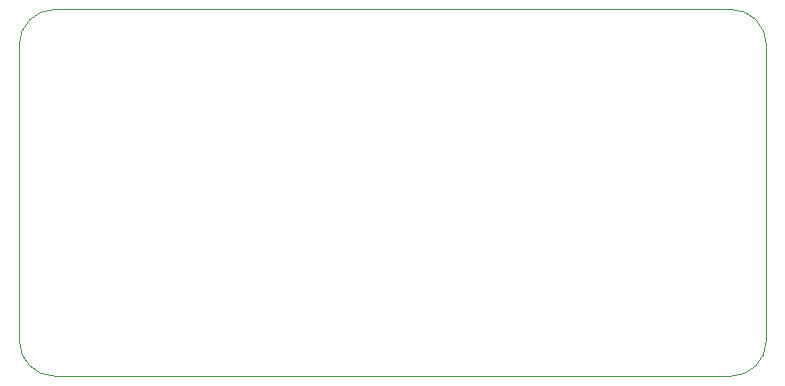
<source format=gbr>
%TF.GenerationSoftware,KiCad,Pcbnew,7.0.10*%
%TF.CreationDate,2025-11-30T12:43:51-05:00*%
%TF.ProjectId,Relay_Helo,52656c61-795f-4486-956c-6f2e6b696361,rev?*%
%TF.SameCoordinates,Original*%
%TF.FileFunction,Profile,NP*%
%FSLAX46Y46*%
G04 Gerber Fmt 4.6, Leading zero omitted, Abs format (unit mm)*
G04 Created by KiCad (PCBNEW 7.0.10) date 2025-11-30 12:43:51*
%MOMM*%
%LPD*%
G01*
G04 APERTURE LIST*
%TA.AperFunction,Profile*%
%ADD10C,0.100000*%
%TD*%
G04 APERTURE END LIST*
D10*
X173970000Y-91070000D02*
X116720000Y-91070000D01*
X176970000Y-63010000D02*
G75*
G03*
X173970000Y-60010000I-3000000J0D01*
G01*
X176970000Y-63010000D02*
X176970000Y-88070000D01*
X113720000Y-88070000D02*
X113720000Y-63010000D01*
X116720000Y-60010000D02*
G75*
G03*
X113720000Y-63010000I0J-3000000D01*
G01*
X173970000Y-91070000D02*
G75*
G03*
X176970000Y-88070000I0J3000000D01*
G01*
X113720000Y-88070000D02*
G75*
G03*
X116720000Y-91070000I3000000J0D01*
G01*
X116720000Y-60010000D02*
X173970000Y-60010000D01*
M02*

</source>
